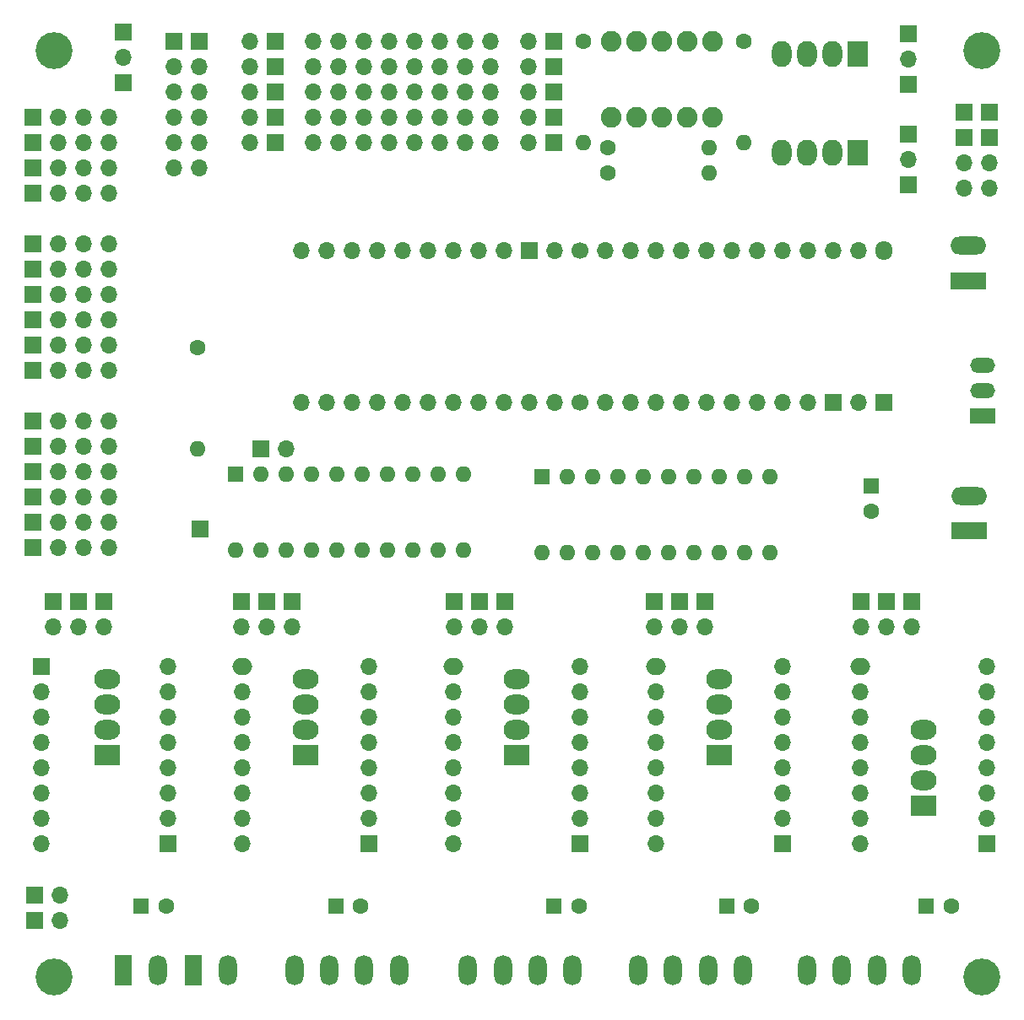
<source format=gts>
G04 #@! TF.GenerationSoftware,KiCad,Pcbnew,(5.1.10)-1*
G04 #@! TF.CreationDate,2022-04-23T00:12:33-07:00*
G04 #@! TF.ProjectId,4Rose_5a_003_Black,34526f73-655f-4356-915f-3030335f426c,rev?*
G04 #@! TF.SameCoordinates,Original*
G04 #@! TF.FileFunction,Soldermask,Top*
G04 #@! TF.FilePolarity,Negative*
%FSLAX46Y46*%
G04 Gerber Fmt 4.6, Leading zero omitted, Abs format (unit mm)*
G04 Created by KiCad (PCBNEW (5.1.10)-1) date 2022-04-23 00:12:33*
%MOMM*%
%LPD*%
G01*
G04 APERTURE LIST*
%ADD10C,2.082800*%
%ADD11O,1.700000X1.700000*%
%ADD12R,1.700000X1.700000*%
%ADD13R,1.600000X1.600000*%
%ADD14O,1.600000X1.600000*%
%ADD15O,2.600000X2.000000*%
%ADD16R,2.600000X2.000000*%
%ADD17C,3.700000*%
%ADD18O,1.700000X1.955800*%
%ADD19C,1.700000*%
%ADD20O,1.998980X1.700000*%
%ADD21O,1.800000X3.048000*%
%ADD22C,1.600000*%
%ADD23R,2.000000X2.600000*%
%ADD24O,2.000000X2.600000*%
%ADD25O,2.000000X1.700000*%
%ADD26R,2.500000X1.500000*%
%ADD27O,2.500000X1.500000*%
%ADD28R,1.800000X3.048000*%
%ADD29O,3.600000X1.800000*%
%ADD30R,3.600000X1.800000*%
G04 APERTURE END LIST*
D10*
X173431200Y-78765400D03*
X175971200Y-78765400D03*
X178511200Y-78765400D03*
X181051200Y-78765400D03*
X183591200Y-78765400D03*
X173431200Y-86385400D03*
X175971200Y-86385400D03*
X178511200Y-86385400D03*
X181051200Y-86385400D03*
X183591200Y-86385400D03*
D11*
X118110000Y-164465000D03*
D12*
X115570000Y-164465000D03*
D13*
X166446200Y-122478800D03*
D14*
X189306200Y-130098800D03*
X168986200Y-122478800D03*
X186766200Y-130098800D03*
X171526200Y-122478800D03*
X184226200Y-130098800D03*
X174066200Y-122478800D03*
X181686200Y-130098800D03*
X176606200Y-122478800D03*
X179146200Y-130098800D03*
X179146200Y-122478800D03*
X176606200Y-130098800D03*
X181686200Y-122478800D03*
X174066200Y-130098800D03*
X184226200Y-122478800D03*
X171526200Y-130098800D03*
X186766200Y-122478800D03*
X168986200Y-130098800D03*
X189306200Y-122478800D03*
X166446200Y-130098800D03*
D11*
X143510000Y-88900000D03*
X143510000Y-86360000D03*
X143510000Y-83820000D03*
X143510000Y-81280000D03*
X143510000Y-78740000D03*
X146050000Y-88900000D03*
X146050000Y-86360000D03*
X146050000Y-83820000D03*
X146050000Y-81280000D03*
X146050000Y-78740000D03*
X148590000Y-78740000D03*
X148590000Y-81280000D03*
X148590000Y-83820000D03*
X148590000Y-86360000D03*
X148590000Y-88900000D03*
X151130000Y-78740000D03*
X151130000Y-81280000D03*
X151130000Y-83820000D03*
X151130000Y-86360000D03*
X151130000Y-88900000D03*
D15*
X142773400Y-142748000D03*
X142773400Y-145288000D03*
X142773400Y-147828000D03*
D16*
X142773400Y-150368000D03*
D17*
X210546000Y-172700000D03*
X117546000Y-172700000D03*
X210546000Y-79700000D03*
X117546000Y-79700000D03*
D18*
X200774300Y-99745800D03*
D11*
X198234300Y-99745800D03*
X195694300Y-99745800D03*
X193154300Y-99745800D03*
X190614300Y-99745800D03*
X188074300Y-99745800D03*
X185534300Y-99745800D03*
X182994300Y-99745800D03*
X180454300Y-99745800D03*
X177914300Y-99745800D03*
X175374300Y-99745800D03*
X172834300Y-99745800D03*
X142354300Y-114985800D03*
X144894300Y-114985800D03*
X147434300Y-114985800D03*
X149974300Y-114985800D03*
X152514300Y-114985800D03*
X155054300Y-114985800D03*
X157594300Y-114985800D03*
X160134300Y-114985800D03*
X162674300Y-114985800D03*
X165214300Y-114985800D03*
X167754300Y-114985800D03*
D19*
X170294300Y-114985800D03*
D11*
X172834300Y-114985800D03*
X175374300Y-114985800D03*
X177914300Y-114985800D03*
X180454300Y-114985800D03*
X182994300Y-114985800D03*
X185534300Y-114985800D03*
X188074300Y-114985800D03*
X190614300Y-114985800D03*
X193154300Y-114985800D03*
D12*
X195694300Y-114985800D03*
D11*
X198234300Y-114985800D03*
D12*
X200774300Y-114985800D03*
D19*
X170294300Y-99745800D03*
D11*
X167754300Y-99745800D03*
D12*
X165214300Y-99745800D03*
D11*
X162674300Y-99745800D03*
X160134300Y-99745800D03*
X157594300Y-99745800D03*
X155054300Y-99745800D03*
X152514300Y-99745800D03*
X149974300Y-99745800D03*
X147434300Y-99745800D03*
X144894300Y-99745800D03*
X142354300Y-99745800D03*
D20*
X177901600Y-141478000D03*
D11*
X177901600Y-144018000D03*
X177901600Y-146558000D03*
X177901600Y-149098000D03*
X177901600Y-151638000D03*
X177901600Y-154178000D03*
X177901600Y-156718000D03*
X177901600Y-159258000D03*
D12*
X167640000Y-78740000D03*
D11*
X165100000Y-78740000D03*
D12*
X167640000Y-81280000D03*
D11*
X165100000Y-81280000D03*
D12*
X167640000Y-83820000D03*
D11*
X165100000Y-83820000D03*
D12*
X167640000Y-86360000D03*
D11*
X165100000Y-86360000D03*
D12*
X167640000Y-88900000D03*
D11*
X165100000Y-88900000D03*
X137160000Y-88900000D03*
D12*
X139700000Y-88900000D03*
D11*
X137160000Y-86360000D03*
D12*
X139700000Y-86360000D03*
D11*
X137160000Y-83820000D03*
D12*
X139700000Y-83820000D03*
D11*
X137160000Y-81280000D03*
D12*
X139700000Y-81280000D03*
D11*
X137160000Y-78740000D03*
D12*
X139700000Y-78740000D03*
D14*
X135724900Y-129806700D03*
X158584900Y-122186700D03*
X138264900Y-129806700D03*
X156044900Y-122186700D03*
X140804900Y-129806700D03*
X153504900Y-122186700D03*
X143344900Y-129806700D03*
X150964900Y-122186700D03*
X145884900Y-129806700D03*
X148424900Y-122186700D03*
X148424900Y-129806700D03*
X145884900Y-122186700D03*
X150964900Y-129806700D03*
X143344900Y-122186700D03*
X153504900Y-129806700D03*
X140804900Y-122186700D03*
X156044900Y-129806700D03*
X138264900Y-122186700D03*
X158584900Y-129806700D03*
D13*
X135724900Y-122186700D03*
D21*
X193040000Y-171958000D03*
X196540000Y-171958000D03*
X200040000Y-171958000D03*
X203540000Y-171958000D03*
X186598200Y-171958000D03*
X183098200Y-171958000D03*
X179598200Y-171958000D03*
X176098200Y-171958000D03*
X169516700Y-171958000D03*
X166016700Y-171958000D03*
X162516700Y-171958000D03*
X159016700Y-171958000D03*
X141605000Y-171958000D03*
X145105000Y-171958000D03*
X148605000Y-171958000D03*
X152105000Y-171958000D03*
D12*
X132080000Y-78740000D03*
D11*
X132080000Y-81280000D03*
X132080000Y-83820000D03*
X132080000Y-86360000D03*
X132080000Y-88900000D03*
X132080000Y-91440000D03*
D12*
X129540000Y-78740000D03*
D11*
X129540000Y-81280000D03*
X129540000Y-83820000D03*
X129540000Y-86360000D03*
X129540000Y-88900000D03*
X129540000Y-91440000D03*
D12*
X211302600Y-85928199D03*
X211302600Y-88468199D03*
D11*
X211302600Y-91008199D03*
X211302600Y-93548199D03*
X208762600Y-93548200D03*
X208762600Y-91008200D03*
D12*
X208762600Y-88468200D03*
X208762600Y-85928200D03*
D22*
X199466200Y-125931300D03*
D13*
X199466200Y-123431300D03*
D16*
X204724000Y-155448000D03*
D15*
X204724000Y-152908000D03*
X204724000Y-150368000D03*
X204724000Y-147828000D03*
D23*
X198120000Y-89979500D03*
D24*
X195580000Y-89979500D03*
X193040000Y-89979500D03*
X190500000Y-89979500D03*
X190500000Y-80010000D03*
X193040000Y-80010000D03*
X195580000Y-80010000D03*
D23*
X198120000Y-80010000D03*
D15*
X184251600Y-142748000D03*
X184251600Y-145288000D03*
X184251600Y-147828000D03*
D16*
X184251600Y-150368000D03*
X163944300Y-150368000D03*
D15*
X163944300Y-147828000D03*
X163944300Y-145288000D03*
X163944300Y-142748000D03*
D12*
X141401800Y-135001000D03*
D11*
X141401800Y-137541000D03*
D12*
X138861800Y-135001000D03*
D11*
X138861800Y-137541000D03*
D12*
X136321800Y-135001000D03*
D11*
X136321800Y-137541000D03*
X157619700Y-137541000D03*
D12*
X157619700Y-135001000D03*
D11*
X160159700Y-137541000D03*
D12*
X160159700Y-135001000D03*
D11*
X162699700Y-137541000D03*
D12*
X162699700Y-135001000D03*
X203568300Y-135001000D03*
D11*
X203568300Y-137541000D03*
D12*
X201028300Y-135001000D03*
D11*
X201028300Y-137541000D03*
D12*
X198488300Y-135001000D03*
D11*
X198488300Y-137541000D03*
X177736500Y-137541000D03*
D12*
X177736500Y-135001000D03*
D11*
X180276500Y-137541000D03*
D12*
X180276500Y-135001000D03*
D11*
X182816500Y-137541000D03*
D12*
X182816500Y-135001000D03*
D22*
X187488200Y-165544500D03*
D13*
X184988200Y-165544500D03*
D12*
X203200000Y-93147154D03*
D11*
X203200000Y-90607154D03*
D12*
X203200000Y-88067154D03*
X203200000Y-78054200D03*
D11*
X203200000Y-80594200D03*
D12*
X203200000Y-83134200D03*
X124460000Y-77876400D03*
D11*
X124460000Y-80416400D03*
D12*
X124460000Y-82956400D03*
D25*
X198374000Y-141478000D03*
D11*
X198374000Y-144018000D03*
X198374000Y-146558000D03*
X198374000Y-149098000D03*
X198374000Y-151638000D03*
X198374000Y-154178000D03*
X198374000Y-156718000D03*
X198374000Y-159258000D03*
X211074000Y-141478000D03*
X211074000Y-144018000D03*
X211074000Y-146558000D03*
X211074000Y-149098000D03*
X211074000Y-151638000D03*
X211074000Y-154178000D03*
X211074000Y-156718000D03*
D12*
X211074000Y-159258000D03*
D11*
X190601600Y-141478000D03*
X190601600Y-144018000D03*
X190601600Y-146558000D03*
X190601600Y-149098000D03*
X190601600Y-151638000D03*
X190601600Y-154178000D03*
X190601600Y-156718000D03*
D12*
X190601600Y-159258000D03*
D25*
X157594300Y-141478000D03*
D11*
X157594300Y-144018000D03*
X157594300Y-146558000D03*
X157594300Y-149098000D03*
X157594300Y-151638000D03*
X157594300Y-154178000D03*
X157594300Y-156718000D03*
X157594300Y-159258000D03*
D25*
X136398000Y-141478000D03*
D11*
X136398000Y-144018000D03*
X136398000Y-146558000D03*
X136398000Y-149098000D03*
X136398000Y-151638000D03*
X136398000Y-154178000D03*
X136398000Y-156718000D03*
X136398000Y-159258000D03*
X170294300Y-141478000D03*
X170294300Y-144018000D03*
X170294300Y-146558000D03*
X170294300Y-149098000D03*
X170294300Y-151638000D03*
X170294300Y-154178000D03*
X170294300Y-156718000D03*
D12*
X170294300Y-159258000D03*
D11*
X149098000Y-141478000D03*
X149098000Y-144018000D03*
X149098000Y-146558000D03*
X149098000Y-149098000D03*
X149098000Y-151638000D03*
X149098000Y-154178000D03*
X149098000Y-156718000D03*
D12*
X149098000Y-159258000D03*
D11*
X123012200Y-88900000D03*
X120472200Y-88900000D03*
X117932200Y-88900000D03*
D12*
X115392200Y-88900000D03*
D11*
X123012200Y-91440000D03*
X120472200Y-91440000D03*
X117932200Y-91440000D03*
D12*
X115392200Y-91440000D03*
X115392200Y-93980000D03*
D11*
X117932200Y-93980000D03*
X120472200Y-93980000D03*
X123012200Y-93980000D03*
D12*
X115392200Y-99060000D03*
D11*
X117932200Y-99060000D03*
X120472200Y-99060000D03*
X123012200Y-99060000D03*
X123012200Y-101600000D03*
X120472200Y-101600000D03*
X117932200Y-101600000D03*
D12*
X115392200Y-101600000D03*
X115392200Y-104140000D03*
D11*
X117932200Y-104140000D03*
X120472200Y-104140000D03*
X123012200Y-104140000D03*
X123012200Y-106680000D03*
X120472200Y-106680000D03*
X117932200Y-106680000D03*
D12*
X115392200Y-106680000D03*
X115392200Y-109220000D03*
D11*
X117932200Y-109220000D03*
X120472200Y-109220000D03*
X123012200Y-109220000D03*
X123012200Y-111760000D03*
X120472200Y-111760000D03*
X117932200Y-111760000D03*
D12*
X115392200Y-111760000D03*
X115392200Y-116840000D03*
D11*
X117932200Y-116840000D03*
X120472200Y-116840000D03*
X123012200Y-116840000D03*
X123012200Y-119380000D03*
X120472200Y-119380000D03*
X117932200Y-119380000D03*
D12*
X115392200Y-119380000D03*
X115392200Y-121920000D03*
D11*
X117932200Y-121920000D03*
X120472200Y-121920000D03*
X123012200Y-121920000D03*
X123012200Y-124460000D03*
X120472200Y-124460000D03*
X117932200Y-124460000D03*
D12*
X115392200Y-124460000D03*
X115392200Y-127000000D03*
D11*
X117932200Y-127000000D03*
X120472200Y-127000000D03*
X123012200Y-127000000D03*
X123012200Y-129540000D03*
X120472200Y-129540000D03*
X117932200Y-129540000D03*
D12*
X115392200Y-129540000D03*
D26*
X210629500Y-116357400D03*
D27*
X210629500Y-113817400D03*
X210629500Y-111277400D03*
D22*
X148257900Y-165544500D03*
D13*
X145757900Y-165544500D03*
X167652700Y-165544500D03*
D22*
X170152700Y-165544500D03*
X207478000Y-165544500D03*
D13*
X204978000Y-165544500D03*
D11*
X153670000Y-78740000D03*
X153670000Y-81280000D03*
X153670000Y-83820000D03*
X153670000Y-86360000D03*
X153670000Y-88900000D03*
X156210000Y-88900000D03*
X156210000Y-86360000D03*
X156210000Y-83820000D03*
X156210000Y-81280000D03*
X156210000Y-78740000D03*
D21*
X134960000Y-171958000D03*
D28*
X131460000Y-171958000D03*
D21*
X127960000Y-171958000D03*
D28*
X124460000Y-171958000D03*
D11*
X116205000Y-159258000D03*
X116205000Y-156718000D03*
X116205000Y-154178000D03*
X116205000Y-151638000D03*
X116205000Y-149098000D03*
X116205000Y-146558000D03*
X116205000Y-144018000D03*
D12*
X116205000Y-141478000D03*
X128905000Y-159258000D03*
D11*
X128905000Y-156718000D03*
X128905000Y-154178000D03*
X128905000Y-151638000D03*
X128905000Y-149098000D03*
X128905000Y-146558000D03*
X128905000Y-144018000D03*
X128905000Y-141478000D03*
X117411500Y-137541000D03*
D12*
X117411500Y-135001000D03*
D11*
X119951500Y-137541000D03*
D12*
X119951500Y-135001000D03*
D11*
X122491500Y-137541000D03*
D12*
X122491500Y-135001000D03*
D15*
X122809000Y-142748000D03*
X122809000Y-145288000D03*
X122809000Y-147828000D03*
D16*
X122809000Y-150368000D03*
D22*
X128738000Y-165544500D03*
D13*
X126238000Y-165544500D03*
D29*
X209270600Y-124414400D03*
D30*
X209270600Y-127914400D03*
X209219800Y-102781100D03*
D29*
X209219800Y-99281100D03*
D11*
X123012200Y-86360000D03*
X120472200Y-86360000D03*
X117932200Y-86360000D03*
D12*
X115392200Y-86360000D03*
D22*
X131902200Y-109486700D03*
D14*
X131902200Y-119646700D03*
D12*
X132194300Y-127736600D03*
D11*
X140804900Y-119646700D03*
D12*
X138264900Y-119646700D03*
D11*
X158750000Y-78740000D03*
X158750000Y-81280000D03*
X158750000Y-83820000D03*
X158750000Y-86360000D03*
X158750000Y-88900000D03*
X161290000Y-88900000D03*
X161290000Y-86360000D03*
X161290000Y-83820000D03*
X161290000Y-81280000D03*
X161290000Y-78740000D03*
D12*
X115570000Y-167005000D03*
D11*
X118110000Y-167005000D03*
D14*
X170561000Y-88900000D03*
D22*
X170561000Y-78740000D03*
X173062900Y-89433400D03*
D14*
X183222900Y-89433400D03*
X183222900Y-92024200D03*
D22*
X173062900Y-92024200D03*
X186690000Y-78740000D03*
D14*
X186690000Y-88900000D03*
M02*

</source>
